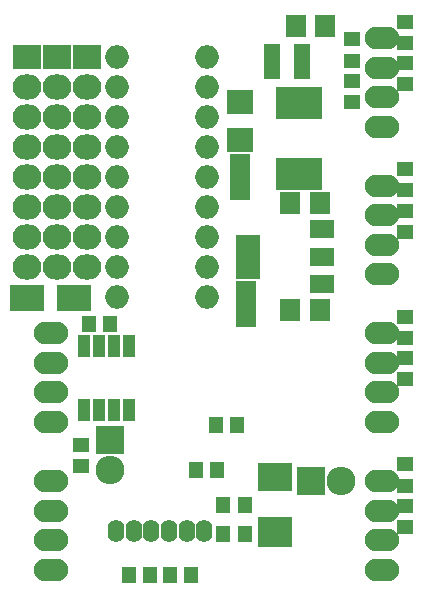
<source format=gbr>
G04 #@! TF.FileFunction,Soldermask,Bot*
%FSLAX46Y46*%
G04 Gerber Fmt 4.6, Leading zero omitted, Abs format (unit mm)*
G04 Created by KiCad (PCBNEW 4.0.6) date 03/21/17 17:19:53*
%MOMM*%
%LPD*%
G01*
G04 APERTURE LIST*
%ADD10C,0.100000*%
%ADD11O,2.000000X2.000000*%
%ADD12O,2.900000X1.900000*%
%ADD13R,1.200000X1.400000*%
%ADD14R,1.000000X1.950000*%
%ADD15R,3.000000X2.600000*%
%ADD16R,3.000000X2.400000*%
%ADD17O,1.400000X1.924000*%
%ADD18R,2.432000X2.432000*%
%ADD19O,2.432000X2.432000*%
%ADD20R,1.400000X1.200000*%
%ADD21R,2.432000X2.127200*%
%ADD22O,2.432000X2.127200*%
%ADD23R,2.100000X1.600000*%
%ADD24R,2.100000X3.700000*%
%ADD25R,1.700000X1.900000*%
%ADD26R,2.899360X2.200860*%
%ADD27R,1.670000X1.365200*%
%ADD28R,2.200000X2.000000*%
%ADD29R,3.900120X2.749500*%
%ADD30R,1.400760X1.090880*%
G04 APERTURE END LIST*
D10*
D11*
X16764000Y-4064000D03*
X16764000Y-6604000D03*
X16764000Y-9144000D03*
X16764000Y-11684000D03*
X16764000Y-14224000D03*
X16764000Y-16764000D03*
X16764000Y-19304000D03*
X16764000Y-21844000D03*
X16764000Y-24384000D03*
X9144000Y-24384000D03*
X9144000Y-21844000D03*
X9144000Y-19304000D03*
X9144000Y-16764000D03*
X9144000Y-14224000D03*
X9144000Y-11684000D03*
X9144000Y-9144000D03*
X9144000Y-6604000D03*
X9144000Y-4064000D03*
D12*
X31500000Y-27500000D03*
X31500000Y-30000000D03*
X31500000Y-32500000D03*
X31500000Y-35000000D03*
X3500000Y-47500000D03*
X3500000Y-45000000D03*
X3500000Y-42500000D03*
X3500000Y-40000000D03*
D13*
X15400000Y-48000000D03*
X13600000Y-48000000D03*
X19900000Y-44500000D03*
X18100000Y-44500000D03*
X19900000Y-42000000D03*
X18100000Y-42000000D03*
X10100000Y-48000000D03*
X11900000Y-48000000D03*
X17600000Y-39100000D03*
X15800000Y-39100000D03*
D14*
X6345000Y-28550000D03*
X7615000Y-28550000D03*
X8885000Y-28550000D03*
X10155000Y-28550000D03*
X10155000Y-33950000D03*
X8885000Y-33950000D03*
X7615000Y-33950000D03*
X6345000Y-33950000D03*
D15*
X22500000Y-44300000D03*
D16*
X22500000Y-39700000D03*
D17*
X16500000Y-44250000D03*
X15000000Y-44250000D03*
X13500000Y-44250000D03*
X12000000Y-44250000D03*
X10500000Y-44250000D03*
X9000000Y-44250000D03*
D18*
X8500000Y-36500000D03*
D19*
X8500000Y-39040000D03*
D20*
X6096000Y-36946000D03*
X6096000Y-38746000D03*
D12*
X3500000Y-35000000D03*
X3500000Y-32500000D03*
X3500000Y-30000000D03*
X3500000Y-27500000D03*
D21*
X4064000Y-4064000D03*
D22*
X4064000Y-6604000D03*
X4064000Y-9144000D03*
X4064000Y-11684000D03*
X4064000Y-14224000D03*
X4064000Y-16764000D03*
X4064000Y-19304000D03*
X4064000Y-21844000D03*
D12*
X31500000Y-15000000D03*
X31500000Y-17500000D03*
X31500000Y-20000000D03*
X31500000Y-22500000D03*
X31500000Y-2500000D03*
X31500000Y-5000000D03*
X31500000Y-7500000D03*
X31500000Y-10000000D03*
X31500000Y-40000000D03*
X31500000Y-42500000D03*
X31500000Y-45000000D03*
X31500000Y-47500000D03*
D23*
X26500000Y-18700000D03*
X26500000Y-21000000D03*
X26500000Y-23300000D03*
D24*
X20200000Y-21000000D03*
D21*
X6604000Y-4064000D03*
D22*
X6604000Y-6604000D03*
X6604000Y-9144000D03*
X6604000Y-11684000D03*
X6604000Y-14224000D03*
X6604000Y-16764000D03*
X6604000Y-19304000D03*
X6604000Y-21844000D03*
D21*
X1524000Y-4064000D03*
D22*
X1524000Y-6604000D03*
X1524000Y-9144000D03*
X1524000Y-11684000D03*
X1524000Y-14224000D03*
X1524000Y-16764000D03*
X1524000Y-19304000D03*
X1524000Y-21844000D03*
D25*
X23750000Y-16500000D03*
X26250000Y-16500000D03*
X23750000Y-25500000D03*
X26250000Y-25500000D03*
X24250000Y-1500000D03*
X26750000Y-1500000D03*
D13*
X17500000Y-35300000D03*
X19300000Y-35300000D03*
X6720000Y-26670000D03*
X8520000Y-26670000D03*
D20*
X33500000Y-18900000D03*
X33500000Y-17100000D03*
X33500000Y-13600000D03*
X33500000Y-15400000D03*
X33500000Y-6400000D03*
X33500000Y-4600000D03*
X33500000Y-1100000D03*
X33500000Y-2900000D03*
X33500000Y-26100000D03*
X33500000Y-27900000D03*
X33500000Y-31400000D03*
X33500000Y-29600000D03*
X33500000Y-43900000D03*
X33500000Y-42100000D03*
X33500000Y-38600000D03*
X33500000Y-40400000D03*
D26*
X5498980Y-24500000D03*
X1501020Y-24500000D03*
D27*
X20000000Y-23730000D03*
X20000000Y-25000000D03*
X20000000Y-26270000D03*
X19558000Y-12954000D03*
X19558000Y-14224000D03*
X19558000Y-15494000D03*
D28*
X19500000Y-7900000D03*
X19500000Y-11100000D03*
D29*
X24500000Y-14025140D03*
X24500000Y-7974860D03*
D20*
X29000000Y-7900000D03*
X29000000Y-6100000D03*
X29000000Y-4400000D03*
X29000000Y-2600000D03*
D30*
X24800480Y-3550040D03*
X24800480Y-4500000D03*
X24800480Y-5449960D03*
X22199520Y-5449960D03*
X22199520Y-4500000D03*
X22199520Y-3550040D03*
D18*
X25500000Y-40000000D03*
D19*
X28040000Y-40000000D03*
M02*

</source>
